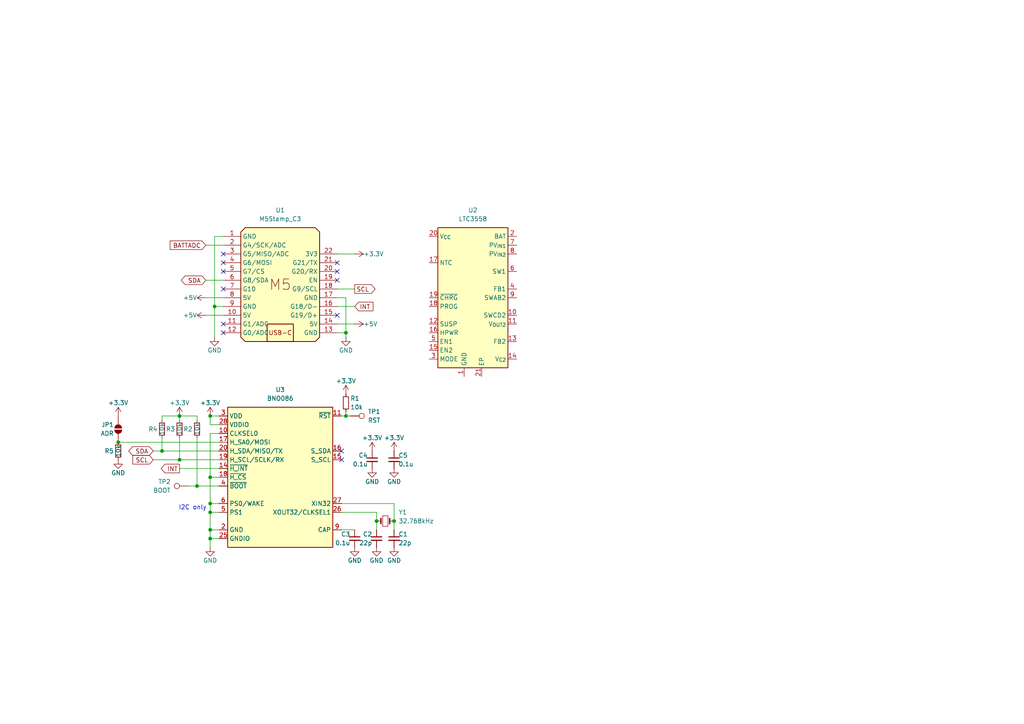
<source format=kicad_sch>
(kicad_sch (version 20231120) (generator "eeschema") (generator_version "8.0")
  (paper "A4")
  (lib_symbols
    (symbol "Battery_Management_extlib:LTC3558"
      (property "Reference" "U" (at 0 25.4 0))
      (property "Value" "LTC3558" (at 0 22.86 0))
      (symbol "LTC3558_1_1"
        (rectangle (start -10.16 20.32) (end 10.16 -20.32) (stroke (width 0.254)) (fill (type background)))
        (pin passive line (at -2.54 -22.86 90) (length 2.54) (name "GND") (number "1"))
        (pin passive line (at 12.7 -5.08 180) (length 2.54) (name "SWCD2") (number "10"))
        (pin passive line (at 12.7 -7.62 180) (length 2.54) (name "V_{OUT2}") (number "11"))
        (pin passive line (at -12.7 -7.62 0) (length 2.54) (name "SUSP") (number "12"))
        (pin passive line (at 12.7 -12.7 180) (length 2.54) (name "FB2") (number "13"))
        (pin passive line (at 12.7 -17.78 180) (length 2.54) (name "V_{C2}") (number "14"))
        (pin passive line (at -12.7 -15.24 0) (length 2.54) (name "EN2") (number "15"))
        (pin passive line (at -12.7 -10.16 0) (length 2.54) (name "HPWR") (number "16"))
        (pin passive line (at -12.7 10.16 0) (length 2.54) (name "NTC") (number "17"))
        (pin passive line (at -12.7 -2.54 0) (length 2.54) (name "PROG") (number "18"))
        (pin passive line (at -12.7 0 0) (length 2.54) (name "~{CHRG}") (number "19"))
        (pin passive line (at 12.7 17.78 180) (length 2.54) (name "BAT") (number "2"))
        (pin passive line (at -12.7 17.78 0) (length 2.54) (name "V_{CC}") (number "20"))
        (pin passive line (at 2.54 -22.86 90) (length 2.54) (name "EP") (number "21"))
        (pin passive line (at -12.7 -17.78 0) (length 2.54) (name "MODE") (number "3"))
        (pin passive line (at 12.7 2.54 180) (length 2.54) (name "FB1") (number "4"))
        (pin passive line (at -12.7 -12.7 0) (length 2.54) (name "EN1") (number "5"))
        (pin passive line (at 12.7 7.62 180) (length 2.54) (name "SW1") (number "6"))
        (pin passive line (at 12.7 15.24 180) (length 2.54) (name "PV_{IN1}") (number "7"))
        (pin passive line (at 12.7 12.7 180) (length 2.54) (name "PV_{IN2}") (number "8"))
        (pin passive line (at 12.7 0 180) (length 2.54) (name "SWAB2") (number "9"))
      )
    )
    (symbol "Connector:TestPoint" (pin_numbers hide) (pin_names (offset 0.762) hide)
      (property "Reference" "TP" (at 0 6.858 0))
      (property "Value" "TestPoint" (at 0 5.08 0))
      (symbol "TestPoint_0_1"
        (circle (center 0 3.302) (radius 0.762))
      )
      (symbol "TestPoint_1_1"
        (pin passive line (at 0 0 90) (length 2.54) (name "1") (number "1"))
      )
    )
    (symbol "Device:C_Small" (pin_numbers hide) (pin_names (offset 0.254) hide)
      (property "Reference" "C" (at 0.254 1.778 0))
      (property "Value" "C_Small" (at 0.254 -2.032 0))
      (symbol "C_Small_0_1"
        (polyline (pts (xy -1.524 -0.508) (xy 1.524 -0.508)) (stroke (width 0.3302)))
        (polyline (pts (xy -1.524 0.508) (xy 1.524 0.508)) (stroke (width 0.3048)))
      )
      (symbol "C_Small_1_1"
        (pin passive line (at 0 2.54 270) (length 2.032) (name "~") (number "1"))
        (pin passive line (at 0 -2.54 90) (length 2.032) (name "~") (number "2"))
      )
    )
    (symbol "Device:Crystal_Small" (pin_numbers hide) (pin_names (offset 1.016) hide)
      (property "Reference" "Y" (at 0 2.54 0))
      (property "Value" "Crystal_Small" (at 0 -2.54 0))
      (symbol "Crystal_Small_0_1"
        (rectangle (start -0.762 -1.524) (end 0.762 1.524))
        (polyline (pts (xy -1.27 -0.762) (xy -1.27 0.762)) (stroke (width 0.381)))
        (polyline (pts (xy 1.27 -0.762) (xy 1.27 0.762)) (stroke (width 0.381)))
      )
      (symbol "Crystal_Small_1_1"
        (pin passive line (at -2.54 0 0) (length 1.27) (name "1") (number "1"))
        (pin passive line (at 2.54 0 180) (length 1.27) (name "2") (number "2"))
      )
    )
    (symbol "Device:R_Small" (pin_numbers hide) (pin_names (offset 0.254) hide)
      (property "Reference" "R" (at 0.762 0.508 0))
      (property "Value" "R_Small" (at 0.762 -1.016 0))
      (symbol "R_Small_0_1"
        (rectangle (start -0.762 1.778) (end 0.762 -1.778) (stroke (width 0.2032)))
      )
      (symbol "R_Small_1_1"
        (pin passive line (at 0 2.54 270) (length 0.762) (name "~") (number "1"))
        (pin passive line (at 0 -2.54 90) (length 0.762) (name "~") (number "2"))
      )
    )
    (symbol "Jumper:SolderJumper_2_Open" (pin_numbers hide) (pin_names (offset 0) hide) (exclude_from_sim yes) (in_bom no)
      (property "Reference" "JP" (at 0 2.032 0))
      (property "Value" "SolderJumper_2_Open" (at 0 -2.54 0))
      (symbol "SolderJumper_2_Open_0_1"
        (arc (start -0.254 1.016) (mid -1.2656 0) (end -0.254 -1.016))
        (arc (start -0.254 1.016) (mid -1.2656 0) (end -0.254 -1.016) (fill (type outline)))
        (polyline (pts (xy -0.254 1.016) (xy -0.254 -1.016)))
        (polyline (pts (xy 0.254 1.016) (xy 0.254 -1.016)))
        (arc (start 0.254 -1.016) (mid 1.2656 0) (end 0.254 1.016))
        (arc (start 0.254 -1.016) (mid 1.2656 0) (end 0.254 1.016) (fill (type outline)))
      )
      (symbol "SolderJumper_2_Open_1_1"
        (pin passive line (at -3.81 0 0) (length 2.54) (name "A") (number "1"))
        (pin passive line (at 3.81 0 180) (length 2.54) (name "B") (number "2"))
      )
    )
    (symbol "Module_extlib:M5Stamp_C3"
      (property "Reference" "U" (at -11.43 17.78 0))
      (property "Value" "M5Stamp_C3" (at 11.43 17.78 0))
      (symbol "M5Stamp_C3_0_0"
        (pin power_in line (at -16.51 13.97 0) (length 5.08) (name "GND") (number "1"))
        (pin power_out line (at -16.51 -8.89 0) (length 5.08) (name "5V") (number "10"))
        (pin power_in line (at 16.51 -13.97 180) (length 5.08) (name "GND") (number "13"))
        (pin power_out line (at 16.51 -11.43 180) (length 5.08) (name "5V") (number "14"))
        (pin power_in line (at 16.51 -3.81 180) (length 5.08) (name "GND") (number "17"))
        (pin power_out line (at 16.51 8.89 180) (length 5.08) (name "3V3") (number "22"))
        (pin bidirectional line (at -16.51 -1.27 0) (length 5.08) (name "G10") (number "7"))
        (pin power_out line (at -16.51 -3.81 0) (length 5.08) (name "5V") (number "8"))
        (pin power_in line (at -16.51 -6.35 0) (length 5.08) (name "GND") (number "9"))
      )
      (symbol "M5Stamp_C3_1_0"
        (rectangle (start -3.81 -11.43) (end 3.81 -16.51) (stroke (width 0.254)))
        (polyline (pts (xy -11.43 -15.24) (xy -10.16 -16.51) (xy 10.16 -16.51) (xy 11.43 -15.24) (xy 11.43 15.24) (xy 10.16 16.51) (xy -10.16 16.51) (xy -11.43 15.24) (xy -11.43 -15.24)) (stroke (width 0.254)) (fill (type background)))
        (text "M5" (at 0 0 0) (effects (font (size 3.048 3.048))))
        (text "USB-C" (at 0 -13.97 0) (effects (font (size 1.27 1.27))))
        (pin bidirectional line (at -16.51 -11.43 0) (length 5.08) (name "G1/ADC") (number "11"))
        (pin bidirectional line (at -16.51 -13.97 0) (length 5.08) (name "G0/ADC") (number "12"))
        (pin bidirectional line (at 16.51 -8.89 180) (length 5.08) (name "G19/D+") (number "15"))
        (pin bidirectional line (at 16.51 -6.35 180) (length 5.08) (name "G18/D-") (number "16"))
        (pin bidirectional line (at 16.51 -1.27 180) (length 5.08) (name "G9/SCL") (number "18"))
        (pin input line (at 16.51 1.27 180) (length 5.08) (name "EN") (number "19"))
        (pin bidirectional line (at -16.51 11.43 0) (length 5.08) (name "G4/SCK/ADC") (number "2"))
        (pin input line (at 16.51 3.81 180) (length 5.08) (name "G20/RX") (number "20"))
        (pin bidirectional line (at 16.51 6.35 180) (length 5.08) (name "G21/TX") (number "21"))
        (pin bidirectional line (at -16.51 8.89 0) (length 5.08) (name "G5/MISO/ADC") (number "3"))
        (pin bidirectional line (at -16.51 6.35 0) (length 5.08) (name "G6/MOSI") (number "4"))
        (pin bidirectional line (at -16.51 3.81 0) (length 5.08) (name "G7/CS") (number "5"))
        (pin bidirectional line (at -16.51 1.27 0) (length 5.08) (name "G8/SDA") (number "6"))
      )
    )
    (symbol "Sensor_Motion_extlib:BNO086"
      (property "Reference" "U" (at -15.24 21.59 0))
      (property "Value" "BNO086" (at 15.24 21.59 0))
      (symbol "BNO086_1_0"
        (pin no_connect line (at 17.78 -17.78 180) (length 2.54) hide (name "RESV_NC") (number "1"))
        (pin no_connect line (at 17.78 -17.78 180) (length 2.54) hide (name "RESV_NC") (number "12"))
        (pin no_connect line (at 17.78 -17.78 180) (length 2.54) hide (name "RESV_NC") (number "13"))
        (pin no_connect line (at 17.78 -17.78 180) (length 2.54) hide (name "RESV_NC") (number "21"))
        (pin no_connect line (at 17.78 -17.78 180) (length 2.54) hide (name "RESV_NC") (number "22"))
        (pin no_connect line (at 17.78 -17.78 180) (length 2.54) hide (name "RESV_NC") (number "23"))
        (pin no_connect line (at 17.78 -17.78 180) (length 2.54) hide (name "RESV_NC") (number "24"))
        (pin no_connect line (at 17.78 -17.78 180) (length 2.54) hide (name "RESV_NC") (number "7"))
        (pin no_connect line (at 17.78 -17.78 180) (length 2.54) hide (name "RESV_NC") (number "8"))
      )
      (symbol "BNO086_1_1"
        (rectangle (start -15.24 20.32) (end 15.24 -20.32) (stroke (width 0.254)) (fill (type background)))
        (pin input line (at -17.78 12.7 0) (length 2.54) (name "CLKSEL0") (number "10"))
        (pin input line (at 17.78 17.78 180) (length 2.54) (name "~{RST}") (number "11"))
        (pin output line (at -17.78 2.54 0) (length 2.54) (name "~{H_INT}") (number "14"))
        (pin bidirectional line (at 17.78 5.08 180) (length 2.54) (name "S_SCL") (number "15"))
        (pin bidirectional line (at 17.78 7.62 180) (length 2.54) (name "S_SDA") (number "16"))
        (pin input line (at -17.78 10.16 0) (length 2.54) (name "H_SA0/MOSI") (number "17"))
        (pin input line (at -17.78 0 0) (length 2.54) (name "~{H_CS}") (number "18"))
        (pin bidirectional line (at -17.78 5.08 0) (length 2.54) (name "H_SCL/SCLK/RX") (number "19"))
        (pin power_in line (at -17.78 -15.24 0) (length 2.54) (name "GND") (number "2"))
        (pin bidirectional line (at -17.78 7.62 0) (length 2.54) (name "H_SDA/MISO/TX") (number "20"))
        (pin power_in line (at -17.78 -17.78 0) (length 2.54) (name "GNDIO") (number "25"))
        (pin output line (at 17.78 -10.16 180) (length 2.54) (name "XOUT32/CLKSEL1") (number "26"))
        (pin input line (at 17.78 -7.62 180) (length 2.54) (name "XIN32") (number "27"))
        (pin power_in line (at -17.78 15.24 0) (length 2.54) (name "VDDIO") (number "28"))
        (pin power_in line (at -17.78 17.78 0) (length 2.54) (name "VDD") (number "3"))
        (pin input line (at -17.78 -2.54 0) (length 2.54) (name "~{BOOT}") (number "4"))
        (pin input line (at -17.78 -10.16 0) (length 2.54) (name "PS1") (number "5"))
        (pin input line (at -17.78 -7.62 0) (length 2.54) (name "PS0/WAKE") (number "6"))
        (pin passive line (at 17.78 -15.24 180) (length 2.54) (name "CAP") (number "9"))
      )
    )
    (symbol "power:+3.3V" (power) (pin_numbers hide) (pin_names (offset 0) hide)
      (property "Value" "+3.3V" (at 0 3.556 0))
      (symbol "+3.3V_0_1"
        (polyline (pts (xy -0.762 1.27) (xy 0 2.54)))
        (polyline (pts (xy 0 0) (xy 0 2.54)))
        (polyline (pts (xy 0 2.54) (xy 0.762 1.27)))
      )
      (symbol "+3.3V_1_1"
        (pin power_in line (at 0 0 90) (length 0) (name "~") (number "1"))
      )
    )
    (symbol "power:+5V" (power) (pin_numbers hide) (pin_names (offset 0) hide)
      (property "Value" "+5V" (at 0 3.556 0))
      (symbol "+5V_0_1"
        (polyline (pts (xy -0.762 1.27) (xy 0 2.54)))
        (polyline (pts (xy 0 0) (xy 0 2.54)))
        (polyline (pts (xy 0 2.54) (xy 0.762 1.27)))
      )
      (symbol "+5V_1_1"
        (pin power_in line (at 0 0 90) (length 0) (name "~") (number "1"))
      )
    )
    (symbol "power:GND" (power) (pin_numbers hide) (pin_names (offset 0) hide)
      (property "Value" "GND" (at 0 -3.81 0))
      (symbol "GND_0_1"
        (polyline (pts (xy 0 0) (xy 0 -1.27) (xy 1.27 -1.27) (xy 0 -2.54) (xy -1.27 -1.27) (xy 0 -1.27)))
      )
      (symbol "GND_1_1"
        (pin power_in line (at 0 0 270) (length 0) (name "~") (number "1"))
      )
    )
  )
  (junction (at 57.15 140.97))
  (junction (at 60.96 156.21))
  (junction (at 60.96 120.65))
  (junction (at 62.23 88.9))
  (junction (at 60.96 146.05))
  (junction (at 109.22 151.13))
  (junction (at 100.33 120.65))
  (junction (at 60.96 138.43))
  (junction (at 60.96 153.67))
  (junction (at 100.33 96.52))
  (junction (at 34.29 128.27))
  (junction (at 114.3 151.13))
  (junction (at 52.07 120.65))
  (junction (at 52.07 133.35))
  (junction (at 60.96 148.59))
  (junction (at 46.99 130.81))
  (no_connect (at 99.06 130.81))
  (no_connect (at 64.77 83.82))
  (no_connect (at 64.77 78.74))
  (no_connect (at 64.77 73.66))
  (no_connect (at 64.77 93.98))
  (no_connect (at 64.77 76.2))
  (no_connect (at 97.79 81.28))
  (no_connect (at 97.79 76.2))
  (no_connect (at 97.79 91.44))
  (no_connect (at 97.79 78.74))
  (no_connect (at 64.77 96.52))
  (no_connect (at 99.06 133.35))
  (wire (pts (xy 60.96 146.05) (xy 63.5 146.05)))
  (wire (pts (xy 99.06 153.67) (xy 102.87 153.67)))
  (wire (pts (xy 99.06 148.59) (xy 109.22 148.59)))
  (wire (pts (xy 52.07 121.92) (xy 52.07 120.65)))
  (wire (pts (xy 60.96 125.73) (xy 60.96 138.43)))
  (wire (pts (xy 57.15 140.97) (xy 57.15 127)))
  (wire (pts (xy 59.69 91.44) (xy 64.77 91.44)))
  (wire (pts (xy 60.96 156.21) (xy 60.96 153.67)))
  (wire (pts (xy 57.15 120.65) (xy 57.15 121.92)))
  (wire (pts (xy 63.5 128.27) (xy 34.29 128.27)))
  (wire (pts (xy 60.96 138.43) (xy 63.5 138.43)))
  (wire (pts (xy 44.45 130.81) (xy 46.99 130.81)))
  (wire (pts (xy 52.07 135.89) (xy 63.5 135.89)))
  (wire (pts (xy 60.96 138.43) (xy 60.96 146.05)))
  (wire (pts (xy 97.79 96.52) (xy 100.33 96.52)))
  (wire (pts (xy 44.45 133.35) (xy 52.07 133.35)))
  (wire (pts (xy 54.61 140.97) (xy 57.15 140.97)))
  (wire (pts (xy 60.96 146.05) (xy 60.96 148.59)))
  (wire (pts (xy 59.69 71.12) (xy 64.77 71.12)))
  (wire (pts (xy 64.77 68.58) (xy 62.23 68.58)))
  (wire (pts (xy 97.79 93.98) (xy 102.87 93.98)))
  (wire (pts (xy 62.23 68.58) (xy 62.23 88.9)))
  (wire (pts (xy 57.15 140.97) (xy 63.5 140.97)))
  (wire (pts (xy 62.23 88.9) (xy 62.23 97.79)))
  (wire (pts (xy 97.79 73.66) (xy 102.87 73.66)))
  (wire (pts (xy 60.96 123.19) (xy 63.5 123.19)))
  (wire (pts (xy 114.3 146.05) (xy 114.3 151.13)))
  (wire (pts (xy 97.79 88.9) (xy 102.87 88.9)))
  (wire (pts (xy 60.96 120.65) (xy 60.96 123.19)))
  (wire (pts (xy 100.33 86.36) (xy 100.33 96.52)))
  (wire (pts (xy 99.06 146.05) (xy 114.3 146.05)))
  (wire (pts (xy 99.06 120.65) (xy 100.33 120.65)))
  (wire (pts (xy 59.69 81.28) (xy 64.77 81.28)))
  (wire (pts (xy 100.33 119.38) (xy 100.33 120.65)))
  (wire (pts (xy 46.99 127) (xy 46.99 130.81)))
  (wire (pts (xy 60.96 156.21) (xy 63.5 156.21)))
  (wire (pts (xy 100.33 120.65) (xy 101.6 120.65)))
  (wire (pts (xy 97.79 83.82) (xy 102.87 83.82)))
  (wire (pts (xy 63.5 125.73) (xy 60.96 125.73)))
  (wire (pts (xy 59.69 86.36) (xy 64.77 86.36)))
  (wire (pts (xy 100.33 96.52) (xy 100.33 97.79)))
  (wire (pts (xy 60.96 120.65) (xy 63.5 120.65)))
  (wire (pts (xy 52.07 120.65) (xy 57.15 120.65)))
  (wire (pts (xy 64.77 88.9) (xy 62.23 88.9)))
  (wire (pts (xy 60.96 153.67) (xy 63.5 153.67)))
  (wire (pts (xy 60.96 148.59) (xy 63.5 148.59)))
  (wire (pts (xy 46.99 121.92) (xy 46.99 120.65)))
  (wire (pts (xy 109.22 148.59) (xy 109.22 151.13)))
  (wire (pts (xy 52.07 127) (xy 52.07 133.35)))
  (wire (pts (xy 52.07 133.35) (xy 63.5 133.35)))
  (wire (pts (xy 46.99 130.81) (xy 63.5 130.81)))
  (wire (pts (xy 97.79 86.36) (xy 100.33 86.36)))
  (wire (pts (xy 60.96 148.59) (xy 60.96 153.67)))
  (wire (pts (xy 114.3 151.13) (xy 114.3 153.67)))
  (wire (pts (xy 60.96 158.75) (xy 60.96 156.21)))
  (wire (pts (xy 46.99 120.65) (xy 52.07 120.65)))
  (wire (pts (xy 109.22 151.13) (xy 109.22 153.67)))
  (text "I2C only" (at 55.88 147.32 0) (effects (font (size 1.27 1.27))))
  (global_label "INT" (shape input) (at 102.87 88.9 0) (property "Intersheetrefs" "${INTERSHEET_REFS}" (effects (hide yes))))
  (global_label "SCL" (shape output) (at 102.87 83.82 0) (property "Intersheetrefs" "${INTERSHEET_REFS}" (effects (hide yes))))
  (global_label "SDA" (shape bidirectional) (at 44.45 130.81 180) (property "Intersheetrefs" "${INTERSHEET_REFS}" (effects (hide yes))))
  (global_label "SCL" (shape input) (at 44.45 133.35 180) (property "Intersheetrefs" "${INTERSHEET_REFS}" (effects (hide yes))))
  (global_label "INT" (shape output) (at 52.07 135.89 180) (property "Intersheetrefs" "${INTERSHEET_REFS}" (effects (hide yes))))
  (global_label "BATTADC" (shape input) (at 59.69 71.12 180) (property "Intersheetrefs" "${INTERSHEET_REFS}" (effects (hide yes))))
  (global_label "SDA" (shape bidirectional) (at 59.69 81.28 180) (property "Intersheetrefs" "${INTERSHEET_REFS}" (effects (hide yes))))
  (symbol (lib_id "power:+3.3V") (at 107.95 130.81 0) (unit 1)
    (property "Reference" "#PWR014" (effects (hide yes)))
    (property "Value" "+3.3V" (at 107.95 127 0))
    (property "Description" "Power symbol creates a global label with name \"+3.3V\"" (effects (hide yes)))
  )
  (symbol (lib_id "power:+3.3V") (at 114.3 130.81 0) (unit 1)
    (property "Reference" "#PWR015" (effects (hide yes)))
    (property "Value" "+3.3V" (at 114.3 127 0))
    (property "Description" "Power symbol creates a global label with name \"+3.3V\"" (effects (hide yes)))
  )
  (symbol (lib_id "Device:C_Small") (at 114.3 156.21 0) (unit 1)
    (property "Reference" "C1" (at 115.57 154.94 0) (effects (justify left)))
    (property "Value" "22p" (at 115.57 157.48 0) (effects (justify left)))
    (property "Description" "Unpolarized capacitor, small symbol" (effects (hide yes)))
  )
  (symbol (lib_id "Device:R_Small") (at 52.07 124.46 0) (mirror y) (unit 1)
    (property "Reference" "R3" (at 50.8 124.46 0) (effects (justify left)))
    (property "Value" "10k" (at 52.07 124.46 90))
    (property "Description" "Resistor, small symbol" (effects (hide yes)))
  )
  (symbol (lib_id "power:GND") (at 114.3 135.89 0) (unit 1)
    (property "Reference" "#PWR013" (effects (hide yes)))
    (property "Value" "GND" (at 114.3 139.7 0))
    (property "Description" "Power symbol creates a global label with name \"GND\" , ground" (effects (hide yes)))
  )
  (symbol (lib_id "power:+3.3V") (at 52.07 120.65 0) (mirror y) (unit 1)
    (property "Reference" "#PWR018" (effects (hide yes)))
    (property "Value" "+3.3V" (at 52.07 116.84 0))
    (property "Description" "Power symbol creates a global label with name \"+3.3V\"" (effects (hide yes)))
  )
  (symbol (lib_id "Device:R_Small") (at 100.33 116.84 0) (unit 1)
    (property "Reference" "R1" (at 101.6 115.57 0) (effects (justify left)))
    (property "Value" "10k" (at 101.6 118.11 0) (effects (justify left)))
    (property "Description" "Resistor, small symbol" (effects (hide yes)))
  )
  (symbol (lib_id "Device:R_Small") (at 57.15 124.46 0) (mirror y) (unit 1)
    (property "Reference" "R2" (at 55.88 124.46 0) (effects (justify left)))
    (property "Value" "10k" (at 57.15 124.46 90))
    (property "Description" "Resistor, small symbol" (effects (hide yes)))
  )
  (symbol (lib_id "Device:Crystal_Small") (at 111.76 151.13 0) (unit 1)
    (property "Reference" "Y1" (at 115.57 148.59 0) (effects (justify left)))
    (property "Value" "32.768kHz" (at 115.57 151.13 0) (effects (justify left)))
    (property "Description" "Two pin crystal, small symbol" (effects (hide yes)))
  )
  (symbol (lib_id "Device:C_Small") (at 102.87 156.21 0) (mirror y) (unit 1)
    (property "Reference" "C3" (at 101.6 154.94 0) (effects (justify left)))
    (property "Value" "0.1u" (at 101.6 157.48 0) (effects (justify left)))
    (property "Description" "Unpolarized capacitor, small symbol" (effects (hide yes)))
  )
  (symbol (lib_id "power:GND") (at 60.96 158.75 0) (unit 1)
    (property "Reference" "#PWR010" (effects (hide yes)))
    (property "Value" "GND" (at 60.96 162.56 0))
    (property "Description" "Power symbol creates a global label with name \"GND\" , ground" (effects (hide yes)))
  )
  (symbol (lib_id "power:GND") (at 100.33 97.79 0) (unit 1)
    (property "Reference" "#PWR01" (effects (hide yes)))
    (property "Value" "GND" (at 100.33 101.6 0))
    (property "Description" "Power symbol creates a global label with name \"GND\" , ground" (effects (hide yes)))
  )
  (symbol (lib_id "power:GND") (at 102.87 158.75 0) (unit 1)
    (property "Reference" "#PWR09" (effects (hide yes)))
    (property "Value" "GND" (at 102.87 162.56 0))
    (property "Description" "Power symbol creates a global label with name \"GND\" , ground" (effects (hide yes)))
  )
  (symbol (lib_id "power:+5V") (at 102.87 93.98 270) (unit 1)
    (property "Reference" "#PWR05" (effects (hide yes)))
    (property "Value" "+5V" (at 105.41 93.98 90) (effects (justify left)))
    (property "Description" "Power symbol creates a global label with name \"+5V\"" (effects (hide yes)))
  )
  (symbol (lib_id "Module_extlib:M5Stamp_C3") (at 81.28 82.55 0) (unit 1)
    (property "Reference" "U1" (at 81.28 60.96 0))
    (property "Value" "M5Stamp_C3" (at 81.28 63.5 0))
    (property "Footprint" "Module_extlib:M5Stamp_C3" (effects (hide yes)))
    (property "Datasheet" "https://docs.m5stack.com/en/core/stamp_c3" (effects (hide yes)))
    (property "Description" "Microcontroller module with ESP32-C3 MCU" (effects (hide yes)))
  )
  (symbol (lib_id "power:GND") (at 114.3 158.75 0) (unit 1)
    (property "Reference" "#PWR08" (effects (hide yes)))
    (property "Value" "GND" (at 114.3 162.56 0))
    (property "Description" "Power symbol creates a global label with name \"GND\" , ground" (effects (hide yes)))
  )
  (symbol (lib_id "Device:R_Small") (at 46.99 124.46 0) (mirror y) (unit 1)
    (property "Reference" "R4" (at 45.72 124.46 0) (effects (justify left)))
    (property "Value" "10k" (at 46.99 124.46 90))
    (property "Description" "Resistor, small symbol" (effects (hide yes)))
  )
  (symbol (lib_id "power:GND") (at 34.29 133.35 0) (unit 1)
    (property "Reference" "#PWR017" (effects (hide yes)))
    (property "Value" "GND" (at 34.29 137.16 0))
    (property "Description" "Power symbol creates a global label with name \"GND\" , ground" (effects (hide yes)))
  )
  (symbol (lib_id "Device:C_Small") (at 109.22 156.21 0) (mirror y) (unit 1)
    (property "Reference" "C2" (at 107.95 154.94 0) (effects (justify left)))
    (property "Value" "22p" (at 107.95 157.48 0) (effects (justify left)))
    (property "Description" "Unpolarized capacitor, small symbol" (effects (hide yes)))
  )
  (symbol (lib_id "power:+5V") (at 59.69 86.36 90) (unit 1)
    (property "Reference" "#PWR03" (effects (hide yes)))
    (property "Value" "+5V" (at 57.15 86.36 90) (effects (justify left)))
    (property "Description" "Power symbol creates a global label with name \"+5V\"" (effects (hide yes)))
  )
  (symbol (lib_id "Sensor_Motion_extlib:BNO086") (at 81.28 138.43 0) (unit 1)
    (property "Reference" "U3" (at 81.28 113.03 0))
    (property "Value" "BNO086" (at 81.28 115.57 0))
    (property "Footprint" "Package_LGA:LGA-28_5.2x3.8mm_P0.5mm" (effects (hide yes)))
    (property "Datasheet" "https://www.ceva-dsp.com/wp-content/uploads/2019/10/BNO080_085-Datasheet.pdf" (effects (hide yes)))
    (property "Description" "9-Axis Absolute Orientation Sensor: Accelerometer, Gyroscope, Magnetometer" (effects (hide yes)))
  )
  (symbol (lib_id "Jumper:SolderJumper_2_Open") (at 34.29 124.46 90) (mirror x) (unit 1) (exclude_from_sim yes) (in_bom no)
    (property "Reference" "JP1" (at 33.02 123.19 90) (effects (justify left)))
    (property "Value" "ADR" (at 33.02 125.73 90) (effects (justify left)))
    (property "Description" "Solder Jumper, 2-pole, open" (effects (hide yes)))
  )
  (symbol (lib_id "power:+3.3V") (at 102.87 73.66 270) (unit 1)
    (property "Reference" "#PWR06" (effects (hide yes)))
    (property "Value" "+3.3V" (at 105.41 73.66 90) (effects (justify left)))
    (property "Description" "Power symbol creates a global label with name \"+3.3V\"" (effects (hide yes)))
  )
  (symbol (lib_id "power:+3.3V") (at 60.96 120.65 0) (unit 1)
    (property "Reference" "#PWR012" (effects (hide yes)))
    (property "Value" "+3.3V" (at 60.96 116.84 0))
    (property "Description" "Power symbol creates a global label with name \"+3.3V\"" (effects (hide yes)))
  )
  (symbol (lib_id "Device:C_Small") (at 114.3 133.35 0) (unit 1)
    (property "Reference" "C5" (at 115.57 132.08 0) (effects (justify left)))
    (property "Value" "0.1u" (at 115.57 134.62 0) (effects (justify left)))
    (property "Description" "Unpolarized capacitor, small symbol" (effects (hide yes)))
  )
  (symbol (lib_id "power:GND") (at 107.95 135.89 0) (unit 1)
    (property "Reference" "#PWR011" (effects (hide yes)))
    (property "Value" "GND" (at 107.95 139.7 0))
    (property "Description" "Power symbol creates a global label with name \"GND\" , ground" (effects (hide yes)))
  )
  (symbol (lib_id "power:+3.3V") (at 100.33 114.3 0) (unit 1)
    (property "Reference" "#PWR016" (effects (hide yes)))
    (property "Value" "+3.3V" (at 100.33 110.49 0))
    (property "Description" "Power symbol creates a global label with name \"+3.3V\"" (effects (hide yes)))
  )
  (symbol (lib_id "power:GND") (at 109.22 158.75 0) (unit 1)
    (property "Reference" "#PWR07" (effects (hide yes)))
    (property "Value" "GND" (at 109.22 162.56 0))
    (property "Description" "Power symbol creates a global label with name \"GND\" , ground" (effects (hide yes)))
  )
  (symbol (lib_id "power:+5V") (at 59.69 91.44 90) (unit 1)
    (property "Reference" "#PWR04" (effects (hide yes)))
    (property "Value" "+5V" (at 57.15 91.44 90) (effects (justify left)))
    (property "Description" "Power symbol creates a global label with name \"+5V\"" (effects (hide yes)))
  )
  (symbol (lib_id "power:+3.3V") (at 34.29 120.65 0) (mirror y) (unit 1)
    (property "Reference" "#PWR019" (effects (hide yes)))
    (property "Value" "+3.3V" (at 34.29 116.84 0))
    (property "Description" "Power symbol creates a global label with name \"+3.3V\"" (effects (hide yes)))
  )
  (symbol (lib_id "Connector:TestPoint") (at 54.61 140.97 90) (mirror x) (unit 1)
    (property "Reference" "TP2" (at 49.53 139.6999 90) (effects (justify left)))
    (property "Value" "BOOT" (at 49.53 142.2399 90) (effects (justify left)))
    (property "Description" "test point" (effects (hide yes)))
  )
  (symbol (lib_id "Battery_Management_extlib:LTC3558") (at 137.16 86.36 0) (unit 1)
    (property "Reference" "U2" (at 137.16 60.96 0))
    (property "Value" "LTC3558" (at 137.16 63.5 0))
    (property "Footprint" "Package_DFN_QFN:QFN-20-1EP_3x3mm_P0.4mm_EP1.65x1.65mm_ThermalVias" (effects (hide yes)))
    (property "Datasheet" "https://www.analog.com/media/en/technical-documentation/data-sheets/3558.pdf" (effects (hide yes)))
    (property "Description" "Linear USB Battery Charger with Buck and Buck-Boost Regulators" (effects (hide yes)))
  )
  (symbol (lib_id "power:GND") (at 62.23 97.79 0) (unit 1)
    (property "Reference" "#PWR02" (effects (hide yes)))
    (property "Value" "GND" (at 62.23 101.6 0))
    (property "Description" "Power symbol creates a global label with name \"GND\" , ground" (effects (hide yes)))
  )
  (symbol (lib_id "Device:R_Small") (at 34.29 130.81 0) (mirror y) (unit 1)
    (property "Reference" "R5" (at 33.02 130.81 0) (effects (justify left)))
    (property "Value" "10k" (at 34.29 130.81 90))
    (property "Description" "Resistor, small symbol" (effects (hide yes)))
  )
  (symbol (lib_id "Connector:TestPoint") (at 101.6 120.65 270) (unit 1)
    (property "Reference" "TP1" (at 106.68 119.38 90) (effects (justify left)))
    (property "Value" "RST" (at 106.68 121.92 90) (effects (justify left)))
    (property "Description" "test point" (effects (hide yes)))
  )
  (symbol (lib_id "Device:C_Small") (at 107.95 133.35 0) (mirror y) (unit 1)
    (property "Reference" "C4" (at 106.68 132.08 0) (effects (justify left)))
    (property "Value" "0.1u" (at 106.68 134.62 0) (effects (justify left)))
    (property "Description" "Unpolarized capacitor, small symbol" (effects (hide yes)))
  )
)
</source>
